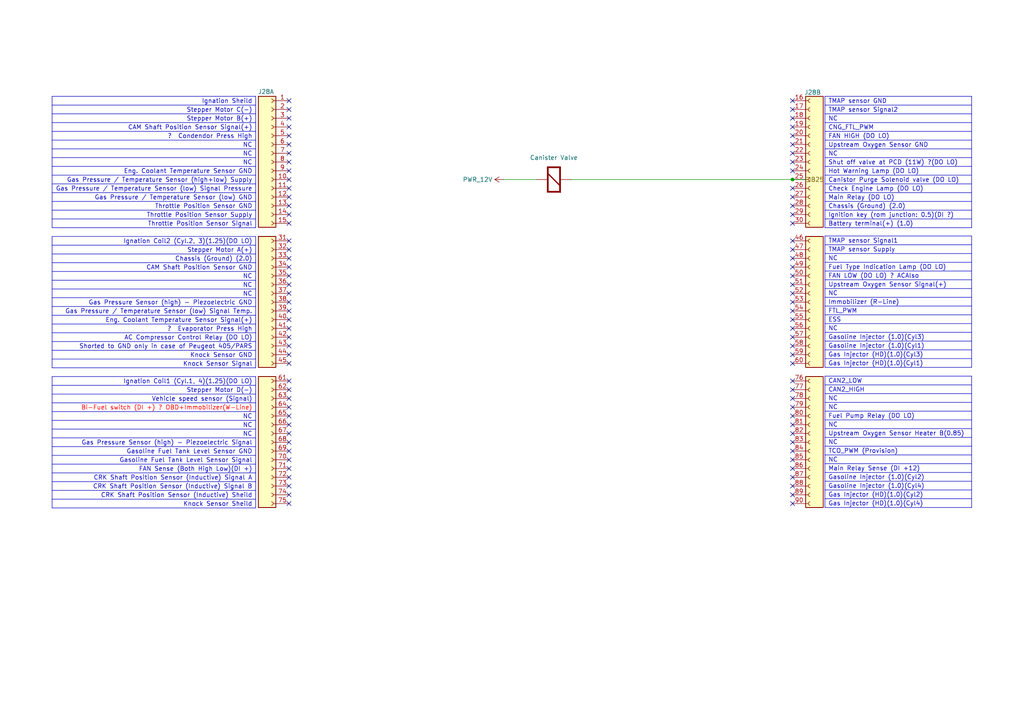
<source format=kicad_sch>
(kicad_sch (version 20250114) (generator "eeschema") (generator_version "9.0")
  (paper "A4")
  (lib_symbols
    (symbol "Elektuur_1:Re" (pin_numbers (hide yes)) (pin_names (offset 0) (hide yes))
      (property "Reference" "Re" (at 0.635 3.175 0))
      (property "Value" "Re" (at 0.635 -3.175 0))
      (symbol "Re_1_0"
        (pin passive line (at 0 5.08 270) (length 3.175) (name "+") (number "1"))
        (pin passive line (at 0 -5.08 90) (length 3.175) (name "-") (number "2"))
      )
      (symbol "Re_1_1"
        (polyline (pts (xy -3.683 -1.905) (xy 3.683 -1.905) (xy 3.683 1.905) (xy -3.683 1.905) (xy -3.683 -1.905) (xy -3.429 -1.651) (xy -3.429 1.651) (xy 3.429 1.651) (xy 3.429 -1.651) (xy -3.429 -1.651) (xy -3.683 -1.905)) (stroke (width 0.254)) (fill (type outline)))
        (polyline (pts (xy -1.778 -1.778) (xy 1.778 1.778)) (stroke (width 0.3556)))
      )
      (symbol "Re_1_2"
        (polyline (pts (xy -3.683 -1.905) (xy 3.683 -1.905) (xy 3.683 1.905) (xy -3.683 1.905) (xy -3.683 -1.905) (xy -3.429 -1.651) (xy -3.429 1.651) (xy 3.429 1.651) (xy 3.429 -1.651) (xy -3.429 -1.651) (xy -3.683 -1.905)) (stroke (width 0.254)) (fill (type outline)))
      )
    )
    (symbol "fab:PWR_12V" (power) (pin_names (offset 0))
      (property "Value" "PWR_12V" (at 0 3.556 0))
      (symbol "PWR_12V_0_1"
        (polyline (pts (xy -0.762 1.27) (xy 0 2.54)))
        (polyline (pts (xy 0 2.54) (xy 0.762 1.27)))
        (polyline (pts (xy 0 0) (xy 0 2.54)))
      )
      (symbol "PWR_12V_1_1"
        (pin power_in line (at 0 0 90) (length 0) (hide yes) (name "PWR_12V") (number "1"))
      )
    )
    (symbol "sicma_socket:Conn_01x90_3Row_Socket" (pin_names (offset 1.016) (hide yes))
      (property "Reference" "J" (at 1.524 60.833 0))
      (property "Value" "Conn_01x90_3Row_Socket" (at 1.397 -61.214 0))
      (symbol "Conn_01x90_3Row_Socket_1_1"
        (rectangle (start -0.508 59.69) (end 4.572 21.717) (stroke (width 0.254)) (fill (type background)))
        (polyline (pts (xy -0.508 58.42) (xy 0.254 58.42)) (stroke (width 0.1524)))
        (polyline (pts (xy -0.508 55.88) (xy 0.254 55.88)) (stroke (width 0.1524)))
        (polyline (pts (xy -0.508 53.34) (xy 0.254 53.34)) (stroke (width 0.1524)))
        (polyline (pts (xy -0.508 50.8) (xy 0.254 50.8)) (stroke (width 0.1524)))
        (polyline (pts (xy -0.508 48.26) (xy 0.254 48.26)) (stroke (width 0.1524)))
        (polyline (pts (xy -0.508 45.72) (xy 0.254 45.72)) (stroke (width 0.1524)))
        (polyline (pts (xy -0.508 43.18) (xy 0.254 43.18)) (stroke (width 0.1524)))
        (polyline (pts (xy -0.508 40.64) (xy 0.254 40.64)) (stroke (width 0.1524)))
        (polyline (pts (xy -0.508 38.1) (xy 0.254 38.1)) (stroke (width 0.1524)))
        (polyline (pts (xy -0.508 35.56) (xy 0.254 35.56)) (stroke (width 0.1524)))
        (polyline (pts (xy -0.508 33.02) (xy 0.254 33.02)) (stroke (width 0.1524)))
        (polyline (pts (xy -0.508 30.48) (xy 0.254 30.48)) (stroke (width 0.1524)))
        (polyline (pts (xy -0.508 27.94) (xy 0.254 27.94)) (stroke (width 0.1524)))
        (polyline (pts (xy -0.508 25.4) (xy 0.254 25.4)) (stroke (width 0.1524)))
        (polyline (pts (xy -0.508 22.86) (xy 0.254 22.86)) (stroke (width 0.1524)))
        (rectangle (start -0.508 19.05) (end 4.572 -18.923) (stroke (width 0.254)) (fill (type background)))
        (polyline (pts (xy -0.508 17.78) (xy 0.254 17.78)) (stroke (width 0.1524)))
        (polyline (pts (xy -0.508 15.24) (xy 0.254 15.24)) (stroke (width 0.1524)))
        (polyline (pts (xy -0.508 12.7) (xy 0.254 12.7)) (stroke (width 0.1524)))
        (polyline (pts (xy -0.508 10.16) (xy 0.254 10.16)) (stroke (width 0.1524)))
        (polyline (pts (xy -0.508 7.62) (xy 0.254 7.62)) (stroke (width 0.1524)))
        (polyline (pts (xy -0.508 5.08) (xy 0.254 5.08)) (stroke (width 0.1524)))
        (polyline (pts (xy -0.508 2.54) (xy 0.254 2.54)) (stroke (width 0.1524)))
        (polyline (pts (xy -0.508 0) (xy 0.254 0)) (stroke (width 0.1524)))
        (polyline (pts (xy -0.508 -2.54) (xy 0.254 -2.54)) (stroke (width 0.1524)))
        (polyline (pts (xy -0.508 -5.08) (xy 0.254 -5.08)) (stroke (width 0.1524)))
        (polyline (pts (xy -0.508 -7.62) (xy 0.254 -7.62)) (stroke (width 0.1524)))
        (polyline (pts (xy -0.508 -10.16) (xy 0.254 -10.16)) (stroke (width 0.1524)))
        (polyline (pts (xy -0.508 -12.7) (xy 0.254 -12.7)) (stroke (width 0.1524)))
        (polyline (pts (xy -0.508 -15.24) (xy 0.254 -15.24)) (stroke (width 0.1524)))
        (polyline (pts (xy -0.508 -17.78) (xy 0.254 -17.78)) (stroke (width 0.1524)))
        (rectangle (start -0.508 -21.59) (end 4.572 -59.563) (stroke (width 0.254)) (fill (type background)))
        (polyline (pts (xy -0.508 -22.86) (xy 0.254 -22.86)) (stroke (width 0.1524)))
        (polyline (pts (xy -0.508 -25.4) (xy 0.254 -25.4)) (stroke (width 0.1524)))
        (polyline (pts (xy -0.508 -27.94) (xy 0.254 -27.94)) (stroke (width 0.1524)))
        (polyline (pts (xy -0.508 -30.48) (xy 0.254 -30.48)) (stroke (width 0.1524)))
        (polyline (pts (xy -0.508 -33.02) (xy 0.254 -33.02)) (stroke (width 0.1524)))
        (polyline (pts (xy -0.508 -35.56) (xy 0.254 -35.56)) (stroke (width 0.1524)))
        (polyline (pts (xy -0.508 -38.1) (xy 0.254 -38.1)) (stroke (width 0.1524)))
        (polyline (pts (xy -0.508 -40.64) (xy 0.254 -40.64)) (stroke (width 0.1524)))
        (polyline (pts (xy -0.508 -43.18) (xy 0.254 -43.18)) (stroke (width 0.1524)))
        (polyline (pts (xy -0.508 -45.72) (xy 0.254 -45.72)) (stroke (width 0.1524)))
        (polyline (pts (xy -0.508 -48.26) (xy 0.254 -48.26)) (stroke (width 0.1524)))
        (polyline (pts (xy -0.508 -50.8) (xy 0.254 -50.8)) (stroke (width 0.1524)))
        (polyline (pts (xy -0.508 -53.34) (xy 0.254 -53.34)) (stroke (width 0.1524)))
        (polyline (pts (xy -0.508 -55.88) (xy 0.254 -55.88)) (stroke (width 0.1524)))
        (polyline (pts (xy -0.508 -58.42) (xy 0.254 -58.42)) (stroke (width 0.1524)))
        (arc (start 0.762 57.912) (mid 0.2562 58.42) (end 0.762 58.928) (stroke (width 0.1524)))
        (arc (start 0.762 55.372) (mid 0.2562 55.88) (end 0.762 56.388) (stroke (width 0.1524)))
        (arc (start 0.762 52.832) (mid 0.2562 53.34) (end 0.762 53.848) (stroke (width 0.1524)))
        (arc (start 0.762 50.292) (mid 0.2562 50.8) (end 0.762 51.308) (stroke (width 0.1524)))
        (arc (start 0.762 47.752) (mid 0.2562 48.26) (end 0.762 48.768) (stroke (width 0.1524)))
        (arc (start 0.762 45.212) (mid 0.2562 45.72) (end 0.762 46.228) (stroke (width 0.1524)))
        (arc (start 0.762 42.672) (mid 0.2562 43.18) (end 0.762 43.688) (stroke (width 0.1524)))
        (arc (start 0.762 40.132) (mid 0.2562 40.64) (end 0.762 41.148) (stroke (width 0.1524)))
        (arc (start 0.762 37.592) (mid 0.2562 38.1) (end 0.762 38.608) (stroke (width 0.1524)))
        (arc (start 0.762 35.052) (mid 0.2562 35.56) (end 0.762 36.068) (stroke (width 0.1524)))
        (arc (start 0.762 32.512) (mid 0.2562 33.02) (end 0.762 33.528) (stroke (width 0.1524)))
        (arc (start 0.762 29.972) (mid 0.2562 30.48) (end 0.762 30.988) (stroke (width 0.1524)))
        (arc (start 0.762 27.432) (mid 0.2562 27.94) (end 0.762 28.448) (stroke (width 0.1524)))
        (arc (start 0.762 24.892) (mid 0.2562 25.4) (end 0.762 25.908) (stroke (width 0.1524)))
        (arc (start 0.762 22.352) (mid 0.2562 22.86) (end 0.762 23.368) (stroke (width 0.1524)))
        (arc (start 0.762 17.272) (mid 0.2562 17.78) (end 0.762 18.288) (stroke (width 0.1524)))
        (arc (start 0.762 14.732) (mid 0.2562 15.24) (end 0.762 15.748) (stroke (width 0.1524)))
        (arc (start 0.762 12.192) (mid 0.2562 12.7) (end 0.762 13.208) (stroke (width 0.1524)))
        (arc (start 0.762 9.652) (mid 0.2562 10.16) (end 0.762 10.668) (stroke (width 0.1524)))
        (arc (start 0.762 7.112) (mid 0.2562 7.62) (end 0.762 8.128) (stroke (width 0.1524)))
        (arc (start 0.762 4.572) (mid 0.2562 5.08) (end 0.762 5.588) (stroke (width 0.1524)))
        (arc (start 0.762 2.032) (mid 0.2562 2.54) (end 0.762 3.048) (stroke (width 0.1524)))
        (arc (start 0.762 -0.508) (mid 0.2562 0) (end 0.762 0.508) (stroke (width 0.1524)))
        (arc (start 0.762 -3.048) (mid 0.2562 -2.54) (end 0.762 -2.032) (stroke (width 0.1524)))
        (arc (start 0.762 -5.588) (mid 0.2562 -5.08) (end 0.762 -4.572) (stroke (width 0.1524)))
        (arc (start 0.762 -8.128) (mid 0.2562 -7.62) (end 0.762 -7.112) (stroke (width 0.1524)))
        (arc (start 0.762 -10.668) (mid 0.2562 -10.16) (end 0.762 -9.652) (stroke (width 0.1524)))
        (arc (start 0.762 -13.208) (mid 0.2562 -12.7) (end 0.762 -12.192) (stroke (width 0.1524)))
        (arc (start 0.762 -15.748) (mid 0.2562 -15.24) (end 0.762 -14.732) (stroke (width 0.1524)))
        (arc (start 0.762 -18.288) (mid 0.2562 -17.78) (end 0.762 -17.272) (stroke (width 0.1524)))
        (arc (start 0.762 -23.368) (mid 0.2562 -22.86) (end 0.762 -22.352) (stroke (width 0.1524)))
        (arc (start 0.762 -25.908) (mid 0.2562 -25.4) (end 0.762 -24.892) (stroke (width 0.1524)))
        (arc (start 0.762 -28.448) (mid 0.2562 -27.94) (end 0.762 -27.432) (stroke (width 0.1524)))
        (arc (start 0.762 -30.988) (mid 0.2562 -30.48) (end 0.762 -29.972) (stroke (width 0.1524)))
        (arc (start 0.762 -33.528) (mid 0.2562 -33.02) (end 0.762 -32.512) (stroke (width 0.1524)))
        (arc (start 0.762 -36.068) (mid 0.2562 -35.56) (end 0.762 -35.052) (stroke (width 0.1524)))
        (arc (start 0.762 -38.608) (mid 0.2562 -38.1) (end 0.762 -37.592) (stroke (width 0.1524)))
        (arc (start 0.762 -41.148) (mid 0.2562 -40.64) (end 0.762 -40.132) (stroke (width 0.1524)))
        (arc (start 0.762 -43.688) (mid 0.2562 -43.18) (end 0.762 -42.672) (stroke (width 0.1524)))
        (arc (start 0.762 -46.228) (mid 0.2562 -45.72) (end 0.762 -45.212) (stroke (width 0.1524)))
        (arc (start 0.762 -48.768) (mid 0.2562 -48.26) (end 0.762 -47.752) (stroke (width 0.1524)))
        (arc (start 0.762 -51.308) (mid 0.2562 -50.8) (end 0.762 -50.292) (stroke (width 0.1524)))
        (arc (start 0.762 -53.848) (mid 0.2562 -53.34) (end 0.762 -52.832) (stroke (width 0.1524)))
        (arc (start 0.762 -56.388) (mid 0.2562 -55.88) (end 0.762 -55.372) (stroke (width 0.1524)))
        (arc (start 0.762 -58.928) (mid 0.2562 -58.42) (end 0.762 -57.912) (stroke (width 0.1524)))
        (pin passive line (at -4.318 58.42 0) (length 3.81) (name "A1") (number "1"))
        (pin passive line (at -4.318 55.88 0) (length 3.81) (name "A2") (number "2"))
        (pin passive line (at -4.318 53.34 0) (length 3.81) (name "A3") (number "3"))
        (pin passive line (at -4.318 50.8 0) (length 3.81) (name "A4") (number "4"))
        (pin passive line (at -4.318 48.26 0) (length 3.81) (name "A5") (number "5"))
        (pin passive line (at -4.318 45.72 0) (length 3.81) (name "A6") (number "6"))
        (pin passive line (at -4.318 43.18 0) (length 3.81) (name "A7") (number "7"))
        (pin passive line (at -4.318 40.64 0) (length 3.81) (name "A8") (number "8"))
        (pin passive line (at -4.318 38.1 0) (length 3.81) (name "A9") (number "9"))
        (pin passive line (at -4.318 35.56 0) (length 3.81) (name "A10") (number "10"))
        (pin passive line (at -4.318 33.02 0) (length 3.81) (name "A11") (number "11"))
        (pin passive line (at -4.318 30.48 0) (length 3.81) (name "A12") (number "12"))
        (pin passive line (at -4.318 27.94 0) (length 3.81) (name "A13") (number "13"))
        (pin passive line (at -4.318 25.4 0) (length 3.81) (name "A14") (number "14"))
        (pin passive line (at -4.318 22.86 0) (length 3.81) (name "A15") (number "15"))
        (pin passive line (at -4.318 17.78 0) (length 3.81) (name "A31") (number "31"))
        (pin passive line (at -4.318 15.24 0) (length 3.81) (name "A32") (number "32"))
        (pin passive line (at -4.318 12.7 0) (length 3.81) (name "A33") (number "33"))
        (pin passive line (at -4.318 10.16 0) (length 3.81) (name "A34") (number "34"))
        (pin passive line (at -4.318 7.62 0) (length 3.81) (name "A35") (number "35"))
        (pin passive line (at -4.318 5.08 0) (length 3.81) (name "A36") (number "36"))
        (pin passive line (at -4.318 2.54 0) (length 3.81) (name "A37") (number "37"))
        (pin passive line (at -4.318 0 0) (length 3.81) (name "A38") (number "38"))
        (pin passive line (at -4.318 -2.54 0) (length 3.81) (name "A39") (number "39"))
        (pin passive line (at -4.318 -5.08 0) (length 3.81) (name "A40") (number "40"))
        (pin passive line (at -4.318 -7.62 0) (length 3.81) (name "A41") (number "41"))
        (pin passive line (at -4.318 -10.16 0) (length 3.81) (name "A42") (number "42"))
        (pin passive line (at -4.318 -12.7 0) (length 3.81) (name "A43") (number "43"))
        (pin passive line (at -4.318 -15.24 0) (length 3.81) (name "A44") (number "44"))
        (pin passive line (at -4.318 -17.78 0) (length 3.81) (name "A45") (number "45"))
        (pin passive line (at -4.318 -22.86 0) (length 3.81) (name "A61") (number "61"))
        (pin passive line (at -4.318 -25.4 0) (length 3.81) (name "A62") (number "62"))
        (pin passive line (at -4.318 -27.94 0) (length 3.81) (name "A63") (number "63"))
        (pin passive line (at -4.318 -30.48 0) (length 3.81) (name "A64") (number "64"))
        (pin passive line (at -4.318 -33.02 0) (length 3.81) (name "A65") (number "65"))
        (pin passive line (at -4.318 -35.56 0) (length 3.81) (name "A66") (number "66"))
        (pin passive line (at -4.318 -38.1 0) (length 3.81) (name "A67") (number "67"))
        (pin passive line (at -4.318 -40.64 0) (length 3.81) (name "A68") (number "68"))
        (pin passive line (at -4.318 -43.18 0) (length 3.81) (name "A69") (number "69"))
        (pin passive line (at -4.318 -45.72 0) (length 3.81) (name "A70") (number "70"))
        (pin passive line (at -4.318 -48.26 0) (length 3.81) (name "A71") (number "71"))
        (pin passive line (at -4.318 -50.8 0) (length 3.81) (name "A72") (number "72"))
        (pin passive line (at -4.318 -53.34 0) (length 3.81) (name "A73") (number "73"))
        (pin passive line (at -4.318 -55.88 0) (length 3.81) (name "A74") (number "74"))
        (pin passive line (at -4.318 -58.42 0) (length 3.81) (name "A75") (number "75"))
      )
      (symbol "Conn_01x90_3Row_Socket_2_1"
        (rectangle (start -0.508 59.69) (end 4.572 21.717) (stroke (width 0.254)) (fill (type background)))
        (polyline (pts (xy -0.508 58.42) (xy 0.254 58.42)) (stroke (width 0.1524)))
        (polyline (pts (xy -0.508 55.88) (xy 0.254 55.88)) (stroke (width 0.1524)))
        (polyline (pts (xy -0.508 53.34) (xy 0.254 53.34)) (stroke (width 0.1524)))
        (polyline (pts (xy -0.508 50.8) (xy 0.254 50.8)) (stroke (width 0.1524)))
        (polyline (pts (xy -0.508 48.26) (xy 0.254 48.26)) (stroke (width 0.1524)))
        (polyline (pts (xy -0.508 45.72) (xy 0.254 45.72)) (stroke (width 0.1524)))
        (polyline (pts (xy -0.508 43.18) (xy 0.254 43.18)) (stroke (width 0.1524)))
        (polyline (pts (xy -0.508 40.64) (xy 0.254 40.64)) (stroke (width 0.1524)))
        (polyline (pts (xy -0.508 38.1) (xy 0.254 38.1)) (stroke (width 0.1524)))
        (polyline (pts (xy -0.508 35.56) (xy 0.254 35.56)) (stroke (width 0.1524)))
        (polyline (pts (xy -0.508 33.02) (xy 0.254 33.02)) (stroke (width 0.1524)))
        (polyline (pts (xy -0.508 30.48) (xy 0.254 30.48)) (stroke (width 0.1524)))
        (polyline (pts (xy -0.508 27.94) (xy 0.254 27.94)) (stroke (width 0.1524)))
        (polyline (pts (xy -0.508 25.4) (xy 0.254 25.4)) (stroke (width 0.1524)))
        (polyline (pts (xy -0.508 22.86) (xy 0.254 22.86)) (stroke (width 0.1524)))
        (rectangle (start -0.508 19.05) (end 4.572 -18.923) (stroke (width 0.254)) (fill (type background)))
        (polyline (pts (xy -0.508 17.78) (xy 0.254 17.78)) (stroke (width 0.1524)))
        (polyline (pts (xy -0.508 15.24) (xy 0.254 15.24)) (stroke (width 0.1524)))
        (polyline (pts (xy -0.508 12.7) (xy 0.254 12.7)) (stroke (width 0.1524)))
        (polyline (pts (xy -0.508 10.16) (xy 0.254 10.16)) (stroke (width 0.1524)))
        (polyline (pts (xy -0.508 7.62) (xy 0.254 7.62)) (stroke (width 0.1524)))
        (polyline (pts (xy -0.508 5.08) (xy 0.254 5.08)) (stroke (width 0.1524)))
        (polyline (pts (xy -0.508 2.54) (xy 0.254 2.54)) (stroke (width 0.1524)))
        (polyline (pts (xy -0.508 0) (xy 0.254 0)) (stroke (width 0.1524)))
        (polyline (pts (xy -0.508 -2.54) (xy 0.254 -2.54)) (stroke (width 0.1524)))
        (polyline (pts (xy -0.508 -5.08) (xy 0.254 -5.08)) (stroke (width 0.1524)))
        (polyline (pts (xy -0.508 -7.62) (xy 0.254 -7.62)) (stroke (width 0.1524)))
        (polyline (pts (xy -0.508 -10.16) (xy 0.254 -10.16)) (stroke (width 0.1524)))
        (polyline (pts (xy -0.508 -12.7) (xy 0.254 -12.7)) (stroke (width 0.1524)))
        (polyline (pts (xy -0.508 -15.24) (xy 0.254 -15.24)) (stroke (width 0.1524)))
        (polyline (pts (xy -0.508 -17.78) (xy 0.254 -17.78)) (stroke (width 0.1524)))
        (rectangle (start -0.508 -21.59) (end 4.572 -59.563) (stroke (width 0.254)) (fill (type background)))
        (polyline (pts (xy -0.508 -22.86) (xy 0.254 -22.86)) (stroke (width 0.1524)))
        (polyline (pts (xy -0.508 -25.4) (xy 0.254 -25.4)) (stroke (width 0.1524)))
        (polyline (pts (xy -0.508 -27.94) (xy 0.254 -27.94)) (stroke (width 0.1524)))
        (polyline (pts (xy -0.508 -30.48) (xy 0.254 -30.48)) (stroke (width 0.1524)))
        (polyline (pts (xy -0.508 -33.02) (xy 0.254 -33.02)) (stroke (width 0.1524)))
        (polyline (pts (xy -0.508 -35.56) (xy 0.254 -35.56)) (stroke (width 0.1524)))
        (polyline (pts (xy -0.508 -38.1) (xy 0.254 -38.1)) (stroke (width 0.1524)))
        (polyline (pts (xy -0.508 -40.64) (xy 0.254 -40.64)) (stroke (width 0.1524)))
        (polyline (pts (xy -0.508 -43.18) (xy 0.254 -43.18)) (stroke (width 0.1524)))
        (polyline (pts (xy -0.508 -45.72) (xy 0.254 -45.72)) (stroke (width 0.1524)))
        (polyline (pts (xy -0.508 -48.26) (xy 0.254 -48.26)) (stroke (width 0.1524)))
        (polyline (pts (xy -0.508 -50.8) (xy 0.254 -50.8)) (stroke (width 0.1524)))
        (polyline (pts (xy -0.508 -53.34) (xy 0.254 -53.34)) (stroke (width 0.1524)))
        (polyline (pts (xy -0.508 -55.88) (xy 0.254 -55.88)) (stroke (width 0.1524)))
        (polyline (pts (xy -0.508 -58.42) (xy 0.254 -58.42)) (stroke (width 0.1524)))
        (arc (start 0.762 57.912) (mid 0.2562 58.42) (end 0.762 58.928) (stroke (width 0.1524)))
        (arc (start 0.762 55.372) (mid 0.2562 55.88) (end 0.762 56.388) (stroke (width 0.1524)))
        (arc (start 0.762 52.832) (mid 0.2562 53.34) (end 0.762 53.848) (stroke (width 0.1524)))
        (arc (start 0.762 50.292) (mid 0.2562 50.8) (end 0.762 51.308) (stroke (width 0.1524)))
        (arc (start 0.762 47.752) (mid 0.2562 48.26) (end 0.762 48.768) (stroke (width 0.1524)))
        (arc (start 0.762 45.212) (mid 0.2562 45.72) (end 0.762 46.228) (stroke (width 0.1524)))
        (arc (start 0.762 42.672) (mid 0.2562 43.18) (end 0.762 43.688) (stroke (width 0.1524)))
        (arc (start 0.762 40.132) (mid 0.2562 40.64) (end 0.762 41.148) (stroke (width 0.1524)))
        (arc (start 0.762 37.592) (mid 0.2562 38.1) (end 0.762 38.608) (stroke (width 0.1524)))
        (arc (start 0.762 35.052) (mid 0.2562 35.56) (end 0.762 36.068) (stroke (width 0.1524)))
        (arc (start 0.762 32.512) (mid 0.2562 33.02) (end 0.762 33.528) (stroke (width 0.1524)))
        (arc (start 0.762 29.972) (mid 0.2562 30.48) (end 0.762 30.988) (stroke (width 0.1524)))
        (arc (start 0.762 27.432) (mid 0.2562 27.94) (end 0.762 28.448) (stroke (width 0.1524)))
        (arc (start 0.762 24.892) (mid 0.2562 25.4) (end 0.762 25.908) (stroke (width 0.1524)))
        (arc (start 0.762 22.352) (mid 0.2562 22.86) (end 0.762 23.368) (stroke (width 0.1524)))
        (arc (start 0.762 17.272) (mid 0.2562 17.78) (end 0.762 18.288) (stroke (width 0.1524)))
        (arc (start 0.762 14.732) (mid 0.2562 15.24) (end 0.762 15.748) (stroke (width 0.1524)))
        (arc (start 0.762 12.192) (mid 0.2562 12.7) (end 0.762 13.208) (stroke (width 0.1524)))
        (arc (start 0.762 9.652) (mid 0.2562 10.16) (end 0.762 10.668) (stroke (width 0.1524)))
        (arc (start 0.762 7.112) (mid 0.2562 7.62) (end 0.762 8.128) (stroke (width 0.1524)))
        (arc (start 0.762 4.572) (mid 0.2562 5.08) (end 0.762 5.588) (stroke (width 0.1524)))
        (arc (start 0.762 2.032) (mid 0.2562 2.54) (end 0.762 3.048) (stroke (width 0.1524)))
        (arc (start 0.762 -0.508) (mid 0.2562 0) (end 0.762 0.508) (stroke (width 0.1524)))
        (arc (start 0.762 -3.048) (mid 0.2562 -2.54) (end 0.762 -2.032) (stroke (width 0.1524)))
        (arc (start 0.762 -5.588) (mid 0.2562 -5.08) (end 0.762 -4.572) (stroke (width 0.1524)))
        (arc (start 0.762 -8.128) (mid 0.2562 -7.62) (end 0.762 -7.112) (stroke (width 0.1524)))
        (arc (start 0.762 -10.668) (mid 0.2562 -10.16) (end 0.762 -9.652) (stroke (width 0.1524)))
        (arc (start 0.762 -13.208) (mid 0.2562 -12.7) (end 0.762 -12.192) (stroke (width 0.1524)))
        (arc (start 0.762 -15.748) (mid 0.2562 -15.24) (end 0.762 -14.732) (stroke (width 0.1524)))
        (arc (start 0.762 -18.288) (mid 0.2562 -17.78) (end 0.762 -17.272) (stroke (width 0.1524)))
        (arc (start 0.762 -23.368) (mid 0.2562 -22.86) (end 0.762 -22.352) (stroke (width 0.1524)))
        (arc (start 0.762 -25.908) (mid 0.2562 -25.4) (end 0.762 -24.892) (stroke (width 0.1524)))
        (arc (start 0.762 -28.448) (mid 0.2562 -27.94) (end 0.762 -27.432) (stroke (width 0.1524)))
        (arc (start 0.762 -30.988) (mid 0.2562 -30.48) (end 0.762 -29.972) (stroke (width 0.1524)))
        (arc (start 0.762 -33.528) (mid 0.2562 -33.02) (end 0.762 -32.512) (stroke (width 0.1524)))
        (arc (start 0.762 -36.068) (mid 0.2562 -35.56) (end 0.762 -35.052) (stroke (width 0.1524)))
        (arc (start 0.762 -38.608) (mid 0.2562 -38.1) (end 0.762 -37.592) (stroke (width 0.1524)))
        (arc (start 0.762 -41.148) (mid 0.2562 -40.64) (end 0.762 -40.132) (stroke (width 0.1524)))
        (arc (start 0.762 -43.688) (mid 0.2562 -43.18) (end 0.762 -42.672) (stroke (width 0.1524)))
        (arc (start 0.762 -46.228) (mid 0.2562 -45.72) (end 0.762 -45.212) (stroke (width 0.1524)))
        (arc (start 0.762 -48.768) (mid 0.2562 -48.26) (end 0.762 -47.752) (stroke (width 0.1524)))
        (arc (start 0.762 -51.308) (mid 0.2562 -50.8) (end 0.762 -50.292) (stroke (width 0.1524)))
        (arc (start 0.762 -53.848) (mid 0.2562 -53.34) (end 0.762 -52.832) (stroke (width 0.1524)))
        (arc (start 0.762 -56.388) (mid 0.2562 -55.88) (end 0.762 -55.372) (stroke (width 0.1524)))
        (arc (start 0.762 -58.928) (mid 0.2562 -58.42) (end 0.762 -57.912) (stroke (width 0.1524)))
        (pin passive line (at -4.318 58.42 0) (length 3.81) (name "B16") (number "16"))
        (pin passive line (at -4.318 55.88 0) (length 3.81) (name "B17") (number "17"))
        (pin passive line (at -4.318 53.34 0) (length 3.81) (name "B18") (number "18"))
        (pin passive line (at -4.318 50.8 0) (length 3.81) (name "B19") (number "19"))
        (pin passive line (at -4.318 48.26 0) (length 3.81) (name "B20") (number "20"))
        (pin passive line (at -4.318 45.72 0) (length 3.81) (name "B21") (number "21"))
        (pin passive line (at -4.318 43.18 0) (length 3.81) (name "B22") (number "22"))
        (pin passive line (at -4.318 40.64 0) (length 3.81) (name "B23") (number "23"))
        (pin passive line (at -4.318 38.1 0) (length 3.81) (name "B24") (number "24"))
        (pin passive line (at -4.318 35.56 0) (length 3.81) (name "B25") (number "25"))
        (pin passive line (at -4.318 33.02 0) (length 3.81) (name "B26") (number "26"))
        (pin passive line (at -4.318 30.48 0) (length 3.81) (name "B27") (number "27"))
        (pin passive line (at -4.318 27.94 0) (length 3.81) (name "B28") (number "28"))
        (pin passive line (at -4.318 25.4 0) (length 3.81) (name "B29") (number "29"))
        (pin passive line (at -4.318 22.86 0) (length 3.81) (name "B30") (number "30"))
        (pin passive line (at -4.318 17.78 0) (length 3.81) (name "B46") (number "46"))
        (pin passive line (at -4.318 15.24 0) (length 3.81) (name "B47") (number "47"))
        (pin passive line (at -4.318 12.7 0) (length 3.81) (name "B48") (number "48"))
        (pin passive line (at -4.318 10.16 0) (length 3.81) (name "B49") (number "49"))
        (pin passive line (at -4.318 7.62 0) (length 3.81) (name "B50") (number "50"))
        (pin passive line (at -4.318 5.08 0) (length 3.81) (name "B51") (number "51"))
        (pin passive line (at -4.318 2.54 0) (length 3.81) (name "B52") (number "52"))
        (pin passive line (at -4.318 0 0) (length 3.81) (name "B53") (number "53"))
        (pin passive line (at -4.318 -2.54 0) (length 3.81) (name "B54") (number "54"))
        (pin passive line (at -4.318 -5.08 0) (length 3.81) (name "B55") (number "55"))
        (pin passive line (at -4.318 -7.62 0) (length 3.81) (name "B56") (number "56"))
        (pin passive line (at -4.318 -10.16 0) (length 3.81) (name "B57") (number "57"))
        (pin passive line (at -4.318 -12.7 0) (length 3.81) (name "B58") (number "58"))
        (pin passive line (at -4.318 -15.24 0) (length 3.81) (name "B59") (number "59"))
        (pin passive line (at -4.318 -17.78 0) (length 3.81) (name "B60") (number "60"))
        (pin passive line (at -4.318 -22.86 0) (length 3.81) (name "B76") (number "76"))
        (pin passive line (at -4.318 -25.4 0) (length 3.81) (name "B77") (number "77"))
        (pin passive line (at -4.318 -27.94 0) (length 3.81) (name "B78") (number "78"))
        (pin passive line (at -4.318 -30.48 0) (length 3.81) (name "B79") (number "79"))
        (pin passive line (at -4.318 -33.02 0) (length 3.81) (name "B80") (number "80"))
        (pin passive line (at -4.318 -35.56 0) (length 3.81) (name "B81") (number "81"))
        (pin passive line (at -4.318 -38.1 0) (length 3.81) (name "B82") (number "82"))
        (pin passive line (at -4.318 -40.64 0) (length 3.81) (name "B83") (number "83"))
        (pin passive line (at -4.318 -43.18 0) (length 3.81) (name "B84") (number "84"))
        (pin passive line (at -4.318 -45.72 0) (length 3.81) (name "B85") (number "85"))
        (pin passive line (at -4.318 -48.26 0) (length 3.81) (name "B86") (number "86"))
        (pin passive line (at -4.318 -50.8 0) (length 3.81) (name "B87") (number "87"))
        (pin passive line (at -4.318 -53.34 0) (length 3.81) (name "B88") (number "88"))
        (pin passive line (at -4.318 -55.88 0) (length 3.81) (name "B89") (number "89"))
        (pin passive line (at -4.318 -58.42 0) (length 3.81) (name "B90") (number "90"))
      )
    )
  )
  (junction (at 229.87 52.07))
  (no_connect (at 83.82 130.81))
  (no_connect (at 229.87 29.21))
  (no_connect (at 229.87 82.55))
  (no_connect (at 83.82 138.43))
  (no_connect (at 83.82 62.23))
  (no_connect (at 229.87 92.71))
  (no_connect (at 229.87 57.15))
  (no_connect (at 83.82 36.83))
  (no_connect (at 229.87 118.11))
  (no_connect (at 229.87 105.41))
  (no_connect (at 229.87 128.27))
  (no_connect (at 229.87 31.75))
  (no_connect (at 83.82 74.93))
  (no_connect (at 229.87 64.77))
  (no_connect (at 83.82 90.17))
  (no_connect (at 229.87 36.83))
  (no_connect (at 83.82 95.25))
  (no_connect (at 83.82 125.73))
  (no_connect (at 83.82 34.29))
  (no_connect (at 83.82 97.79))
  (no_connect (at 229.87 90.17))
  (no_connect (at 229.87 85.09))
  (no_connect (at 229.87 34.29))
  (no_connect (at 229.87 80.01))
  (no_connect (at 83.82 87.63))
  (no_connect (at 229.87 120.65))
  (no_connect (at 83.82 31.75))
  (no_connect (at 83.82 52.07))
  (no_connect (at 83.82 92.71))
  (no_connect (at 83.82 44.45))
  (no_connect (at 229.87 113.03))
  (no_connect (at 229.87 138.43))
  (no_connect (at 229.87 39.37))
  (no_connect (at 83.82 39.37))
  (no_connect (at 83.82 118.11))
  (no_connect (at 83.82 115.57))
  (no_connect (at 229.87 146.05))
  (no_connect (at 229.87 135.89))
  (no_connect (at 229.87 143.51))
  (no_connect (at 83.82 100.33))
  (no_connect (at 83.82 29.21))
  (no_connect (at 229.87 62.23))
  (no_connect (at 83.82 105.41))
  (no_connect (at 83.82 123.19))
  (no_connect (at 83.82 120.65))
  (no_connect (at 83.82 140.97))
  (no_connect (at 83.82 54.61))
  (no_connect (at 83.82 85.09))
  (no_connect (at 229.87 41.91))
  (no_connect (at 229.87 102.87))
  (no_connect (at 83.82 69.85))
  (no_connect (at 229.87 74.93))
  (no_connect (at 229.87 130.81))
  (no_connect (at 229.87 140.97))
  (no_connect (at 229.87 97.79))
  (no_connect (at 83.82 77.47))
  (no_connect (at 229.87 87.63))
  (no_connect (at 229.87 49.53))
  (no_connect (at 229.87 95.25))
  (no_connect (at 83.82 82.55))
  (no_connect (at 83.82 143.51))
  (no_connect (at 229.87 54.61))
  (no_connect (at 83.82 64.77))
  (no_connect (at 229.87 44.45))
  (no_connect (at 229.87 69.85))
  (no_connect (at 83.82 135.89))
  (no_connect (at 229.87 46.99))
  (no_connect (at 83.82 46.99))
  (no_connect (at 83.82 110.49))
  (no_connect (at 83.82 59.69))
  (no_connect (at 229.87 125.73))
  (no_connect (at 229.87 133.35))
  (no_connect (at 83.82 128.27))
  (no_connect (at 229.87 123.19))
  (no_connect (at 83.82 72.39))
  (no_connect (at 229.87 115.57))
  (no_connect (at 83.82 57.15))
  (no_connect (at 229.87 77.47))
  (no_connect (at 83.82 102.87))
  (no_connect (at 83.82 133.35))
  (no_connect (at 229.87 110.49))
  (no_connect (at 83.82 41.91))
  (no_connect (at 229.87 100.33))
  (no_connect (at 83.82 146.05))
  (no_connect (at 83.82 113.03))
  (no_connect (at 229.87 59.69))
  (no_connect (at 83.82 80.01))
  (no_connect (at 83.82 49.53))
  (no_connect (at 229.87 72.39))
  (wire (pts (xy 229.87 52.07) (xy 233.68 52.07)))
  (wire (pts (xy 165.735 52.07) (xy 229.87 52.07)))
  (wire (pts (xy 146.05 52.07) (xy 155.575 52.07)))
  (table (column_count 1) (border (external yes) (header yes)) (separators (rows yes) (cols yes)) (column_widths 42.545) (row_heights 2.54 2.54 2.54 2.54 2.54 2.54 2.54 2.54 2.54 2.54 2.54 2.54 2.54 2.54 2.54) (cells (table_cell "CAN2_LOW" (at 239.268 109.093 0) (size 42.545 2.54) (margins 0.9525 0.9525 0.9525 0.9525) (span 1 1)) (table_cell "CAN2_HIGH" (at 239.268 111.633 0) (size 42.545 2.54) (margins 0.9525 0.9525 0.9525 0.9525) (span 1 1)) (table_cell "NC" (at 239.268 114.173 0) (size 42.545 2.54) (margins 0.9525 0.9525 0.9525 0.9525) (span 1 1)) (table_cell "NC" (at 239.268 116.713 0) (size 42.545 2.54) (margins 0.9525 0.9525 0.9525 0.9525) (span 1 1)) (table_cell "Fuel Pump Relay (DO LO)" (at 239.268 119.253 0) (size 42.545 2.54) (margins 0.9525 0.9525 0.9525 0.9525) (span 1 1)) (table_cell "NC" (at 239.268 121.793 0) (size 42.545 2.54) (margins 0.9525 0.9525 0.9525 0.9525) (span 1 1)) (table_cell "Upstream Oxygen Sensor Heater B(0.85)" (at 239.268 124.333 0) (size 42.545 2.54) (margins 0.9525 0.9525 0.9525 0.9525) (span 1 1)) (table_cell "NC" (at 239.268 126.873 0) (size 42.545 2.54) (margins 0.9525 0.9525 0.9525 0.9525) (span 1 1)) (table_cell "TCO_PWM (Provision)" (at 239.268 129.413 0) (size 42.545 2.54) (margins 0.9525 0.9525 0.9525 0.9525) (span 1 1)) (table_cell "NC" (at 239.268 131.953 0) (size 42.545 2.54) (margins 0.9525 0.9525 0.9525 0.9525) (span 1 1)) (table_cell "Main Relay Sense (DI +12)" (at 239.268 134.493 0) (size 42.545 2.54) (margins 0.9525 0.9525 0.9525 0.9525) (span 1 1)) (table_cell "Gasoline Injector (1.0)(Cyl2)" (at 239.268 137.033 0) (size 42.545 2.54) (margins 0.9525 0.9525 0.9525 0.9525) (span 1 1)) (table_cell "Gasoline Injector (1.0)(Cyl4)" (at 239.268 139.573 0) (size 42.545 2.54) (margins 0.9525 0.9525 0.9525 0.9525) (span 1 1)) (table_cell "Gas Injector (HD)(1.0)(Cyl2)" (at 239.268 142.113 0) (size 42.545 2.54) (margins 0.9525 0.9525 0.9525 0.9525) (span 1 1)) (table_cell "Gas Injector (HD)(1.0)(Cyl4)" (at 239.268 144.653 0) (size 42.545 2.54) (margins 0.9525 0.9525 0.9525 0.9525) (span 1 1))))
  (table (column_count 1) (border (external yes) (header no)) (separators (rows yes) (cols no)) (column_widths 59.055) (row_heights 2.54 2.54 2.54 2.54 2.54 2.54 2.54 2.54 2.54 2.54 2.54 2.54 2.54 2.54 2.54) (cells (table_cell "Ignation Sheild" (at 15.113 27.94 0) (size 59.055 2.54) (margins 0.9525 0.9525 0.9525 0.9525) (span 1 1)) (table_cell "Stepper Motor C(-)" (at 15.113 30.48 0) (size 59.055 2.54) (margins 0.9525 0.9525 0.9525 0.9525) (span 1 1)) (table_cell "Stepper Motor B(+)" (at 15.113 33.02 0) (size 59.055 2.54) (margins 0.9525 0.9525 0.9525 0.9525) (span 1 1)) (table_cell "CAM Shaft Position Sensor Signal(+)" (at 15.113 35.56 0) (size 59.055 2.54) (margins 0.9525 0.9525 0.9525 0.9525) (span 1 1)) (table_cell "?  Condendor Press High" (at 15.113 38.1 0) (size 59.055 2.54) (margins 0.9525 0.9525 0.9525 0.9525) (span 1 1)) (table_cell "NC" (at 15.113 40.64 0) (size 59.055 2.54) (margins 0.9525 0.9525 0.9525 0.9525) (span 1 1)) (table_cell "NC" (at 15.113 43.18 0) (size 59.055 2.54) (margins 0.9525 0.9525 0.9525 0.9525) (span 1 1)) (table_cell "NC" (at 15.113 45.72 0) (size 59.055 2.54) (margins 0.9525 0.9525 0.9525 0.9525) (span 1 1)) (table_cell "Eng. Coolant Temperature Sensor GND" (at 15.113 48.26 0) (size 59.055 2.54) (margins 0.9525 0.9525 0.9525 0.9525) (span 1 1)) (table_cell "Gas Pressure / Temperature Sensor (high+low) Supply" (at 15.113 50.8 0) (size 59.055 2.54) (margins 0.9525 0.9525 0.9525 0.9525) (span 1 1)) (table_cell "Gas Pressure / Temperature Sensor (low) Signal Pressure" (at 15.113 53.34 0) (size 59.055 2.54) (margins 0.9525 0.9525 0.9525 0.9525) (span 1 1)) (table_cell "Gas Pressure / Temperature Sensor (low) GND" (at 15.113 55.88 0) (size 59.055 2.54) (margins 0.9525 0.9525 0.9525 0.9525) (span 1 1)) (table_cell "Throttle Position Sensor GND" (at 15.113 58.42 0) (size 59.055 2.54) (margins 0.9525 0.9525 0.9525 0.9525) (span 1 1)) (table_cell "Throttle Position Sensor Supply" (at 15.113 60.96 0) (size 59.055 2.54) (margins 0.9525 0.9525 0.9525 0.9525) (span 1 1)) (table_cell "Throttle Position Sensor Signal" (at 15.113 63.5 0) (size 59.055 2.54) (margins 0.9525 0.9525 0.9525 0.9525) (span 1 1))))
  (table (column_count 1) (border (external yes) (header yes)) (separators (rows yes) (cols yes)) (column_widths 42.545) (row_heights 2.54 2.54 2.54 2.54 2.54 2.54 2.54 2.54 2.54 2.54 2.54 2.54 2.54 2.54 2.54) (cells (table_cell "TMAP sensor Signal1" (at 239.268 68.453 0) (size 42.545 2.54) (margins 0.9525 0.9525 0.9525 0.9525) (span 1 1)) (table_cell "TMAP sensor Supply" (at 239.268 70.993 0) (size 42.545 2.54) (margins 0.9525 0.9525 0.9525 0.9525) (span 1 1)) (table_cell "NC" (at 239.268 73.533 0) (size 42.545 2.54) (margins 0.9525 0.9525 0.9525 0.9525) (span 1 1)) (table_cell "Fuel Type Indication Lamp (DO LO)" (at 239.268 76.073 0) (size 42.545 2.54) (margins 0.9525 0.9525 0.9525 0.9525) (span 1 1)) (table_cell "FAN LOW (DO LO) ? ACAlso" (at 239.268 78.613 0) (size 42.545 2.54) (margins 0.9525 0.9525 0.9525 0.9525) (span 1 1)) (table_cell "Upstream Oxygen Sensor Signal(+)" (at 239.268 81.153 0) (size 42.545 2.54) (margins 0.9525 0.9525 0.9525 0.9525) (span 1 1)) (table_cell "NC" (at 239.268 83.693 0) (size 42.545 2.54) (margins 0.9525 0.9525 0.9525 0.9525) (span 1 1)) (table_cell "Immobilizer (R-Line)" (at 239.268 86.233 0) (size 42.545 2.54) (margins 0.9525 0.9525 0.9525 0.9525) (span 1 1)) (table_cell "FTL_PWM" (at 239.268 88.773 0) (size 42.545 2.54) (margins 0.9525 0.9525 0.9525 0.9525) (span 1 1)) (table_cell "ESS" (at 239.268 91.313 0) (size 42.545 2.54) (margins 0.9525 0.9525 0.9525 0.9525) (span 1 1)) (table_cell "NC" (at 239.268 93.853 0) (size 42.545 2.54) (margins 0.9525 0.9525 0.9525 0.9525) (span 1 1)) (table_cell "Gasoline Injector (1.0)(Cyl3)" (at 239.268 96.393 0) (size 42.545 2.54) (margins 0.9525 0.9525 0.9525 0.9525) (span 1 1)) (table_cell "Gasoline Injector (1.0)(Cyl1)" (at 239.268 98.933 0) (size 42.545 2.54) (margins 0.9525 0.9525 0.9525 0.9525) (span 1 1)) (table_cell "Gas Injector (HD)(1.0)(Cyl3)" (at 239.268 101.473 0) (size 42.545 2.54) (margins 0.9525 0.9525 0.9525 0.9525) (span 1 1)) (table_cell "Gas Injector (HD)(1.0)(Cyl1)" (at 239.268 104.013 0) (size 42.545 2.54) (margins 0.9525 0.9525 0.9525 0.9525) (span 1 1))))
  (table (column_count 1) (border (external yes) (header yes)) (separators (rows yes) (cols yes)) (column_widths 59.055) (row_heights 2.54 2.54 2.54 2.54 2.54 2.54 2.54 2.54 2.54 2.54 2.54 2.54 2.54 2.54 2.54) (cells (table_cell "Ignation Coil2 (Cyl.2, 3)(1.25)(DO LO)" (at 15.113 68.58 0) (size 59.055 2.54) (margins 0.9525 0.9525 0.9525 0.9525) (span 1 1)) (table_cell "Stepper Motor A(+)" (at 15.113 71.12 0) (size 59.055 2.54) (margins 0.9525 0.9525 0.9525 0.9525) (span 1 1)) (table_cell "Chassis (Ground) (2.0)" (at 15.113 73.66 0) (size 59.055 2.54) (margins 0.9525 0.9525 0.9525 0.9525) (span 1 1)) (table_cell "CAM Shaft Position Sensor GND" (at 15.113 76.2 0) (size 59.055 2.54) (margins 0.9525 0.9525 0.9525 0.9525) (span 1 1)) (table_cell "NC" (at 15.113 78.74 0) (size 59.055 2.54) (margins 0.9525 0.9525 0.9525 0.9525) (span 1 1)) (table_cell "NC" (at 15.113 81.28 0) (size 59.055 2.54) (margins 0.9525 0.9525 0.9525 0.9525) (span 1 1)) (table_cell "NC" (at 15.113 83.82 0) (size 59.055 2.54) (margins 0.9525 0.9525 0.9525 0.9525) (span 1 1)) (table_cell "Gas Pressure Sensor (high) - Piezoelectric GND" (at 15.113 86.36 0) (size 59.055 2.54) (margins 0.9525 0.9525 0.9525 0.9525) (span 1 1)) (table_cell "Gas Pressure / Temperature Sensor (low) Signal Temp." (at 15.113 88.9 0) (size 59.055 2.54) (margins 0.9525 0.9525 0.9525 0.9525) (span 1 1)) (table_cell "Eng. Coolant Temperature Sensor Signal(+)" (at 15.113 91.44 0) (size 59.055 2.54) (margins 0.9525 0.9525 0.9525 0.9525) (span 1 1)) (table_cell "?  Evaporator Press High" (at 15.113 93.98 0) (size 59.055 2.54) (margins 0.9525 0.9525 0.9525 0.9525) (span 1 1)) (table_cell "AC Compressor Control Relay (DO LO)" (at 15.113 96.52 0) (size 59.055 2.54) (margins 0.9525 0.9525 0.9525 0.9525) (span 1 1)) (table_cell "Shorted to GND only in case of Peugeot 405/PARS" (at 15.113 99.06 0) (size 59.055 2.54) (margins 0.9525 0.9525 0.9525 0.9525) (span 1 1)) (table_cell "Knock Sensor GND" (at 15.113 101.6 0) (size 59.055 2.54) (margins 0.9525 0.9525 0.9525 0.9525) (span 1 1)) (table_cell "Knock Sensor Signal" (at 15.113 104.14 0) (size 59.055 2.54) (margins 0.9525 0.9525 0.9525 0.9525) (span 1 1))))
  (table (column_count 1) (border (external yes) (header yes)) (separators (rows yes) (cols yes)) (column_widths 59.055) (row_heights 2.54 2.54 2.54 2.54 2.54 2.54 2.54 2.54 2.54 2.54 2.54 2.54 2.54 2.54 2.54) (cells (table_cell "Ignation Coil1 (Cyl.1, 4)(1.25)(DO LO)" (at 15.113 109.22 0) (size 59.055 2.54) (margins 0.9525 0.9525 0.9525 0.9525) (span 1 1)) (table_cell "Stepper Motor D(-)" (at 15.113 111.76 0) (size 59.055 2.54) (margins 0.9525 0.9525 0.9525 0.9525) (span 1 1)) (table_cell "Vehicle speed sensor (Signal)" (at 15.113 114.3 0) (size 59.055 2.54) (margins 0.9525 0.9525 0.9525 0.9525) (span 1 1)) (table_cell "Bi-Fuel switch (DI +) ? OBD+Immobilizer(W-Line)" (at 15.113 116.84 0) (size 59.055 2.54) (margins 0.9525 0.9525 0.9525 0.9525) (span 1 1)) (table_cell "NC" (at 15.113 119.38 0) (size 59.055 2.54) (margins 0.9525 0.9525 0.9525 0.9525) (span 1 1)) (table_cell "NC" (at 15.113 121.92 0) (size 59.055 2.54) (margins 0.9525 0.9525 0.9525 0.9525) (span 1 1)) (table_cell "NC" (at 15.113 124.46 0) (size 59.055 2.54) (margins 0.9525 0.9525 0.9525 0.9525) (span 1 1)) (table_cell "Gas Pressure Sensor (high) - Piezoelectric Signal" (at 15.113 127 0) (size 59.055 2.54) (margins 0.9525 0.9525 0.9525 0.9525) (span 1 1)) (table_cell "Gasoline Fuel Tank Level Sensor GND" (at 15.113 129.54 0) (size 59.055 2.54) (margins 0.9525 0.9525 0.9525 0.9525) (span 1 1)) (table_cell "Gasoline Fuel Tank Level Sensor Signal" (at 15.113 132.08 0) (size 59.055 2.54) (margins 0.9525 0.9525 0.9525 0.9525) (span 1 1)) (table_cell "FAN Sense (Both High Low)(DI +)" (at 15.113 134.62 0) (size 59.055 2.54) (margins 0.9525 0.9525 0.9525 0.9525) (span 1 1)) (table_cell "CRK Shaft Position Sensor (Inductive) Signal A" (at 15.113 137.16 0) (size 59.055 2.54) (margins 0.9525 0.9525 0.9525 0.9525) (span 1 1)) (table_cell "CRK Shaft Position Sensor (Inductive) Signal B" (at 15.113 139.7 0) (size 59.055 2.54) (margins 0.9525 0.9525 0.9525 0.9525) (span 1 1)) (table_cell "CRK Shaft Position Sensor (Inductive) Sheild" (at 15.113 142.24 0) (size 59.055 2.54) (margins 0.9525 0.9525 0.9525 0.9525) (span 1 1)) (table_cell "Knock Sensor Sheild" (at 15.113 144.78 0) (size 59.055 2.54) (margins 0.9525 0.9525 0.9525 0.9525) (span 1 1))))
  (table (column_count 1) (border (external yes) (header yes)) (separators (rows yes) (cols yes)) (column_widths 42.545) (row_heights 2.54 2.54 2.54 2.54 2.54 2.54 2.54 2.54 2.54 2.54 2.54 2.54 2.54 2.54 2.54) (cells (table_cell "TMAP sensor GND" (at 239.268 27.94 0) (size 42.545 2.54) (margins 0.9525 0.9525 0.9525 0.9525) (span 1 1)) (table_cell "TMAP sensor Signal2" (at 239.268 30.48 0) (size 42.545 2.54) (margins 0.9525 0.9525 0.9525 0.9525) (span 1 1)) (table_cell "NC" (at 239.268 33.02 0) (size 42.545 2.54) (margins 0.9525 0.9525 0.9525 0.9525) (span 1 1)) (table_cell "CNG_FTL_PWM" (at 239.268 35.56 0) (size 42.545 2.54) (margins 0.9525 0.9525 0.9525 0.9525) (span 1 1)) (table_cell "FAN HIGH (DO LO)" (at 239.268 38.1 0) (size 42.545 2.54) (margins 0.9525 0.9525 0.9525 0.9525) (span 1 1)) (table_cell "Upstream Oxygen Sensor GND" (at 239.268 40.64 0) (size 42.545 2.54) (margins 0.9525 0.9525 0.9525 0.9525) (span 1 1)) (table_cell "NC" (at 239.268 43.18 0) (size 42.545 2.54) (margins 0.9525 0.9525 0.9525 0.9525) (span 1 1)) (table_cell "Shut off valve at PCD (11W) ?(DO LO)" (at 239.268 45.72 0) (size 42.545 2.54) (margins 0.9525 0.9525 0.9525 0.9525) (span 1 1)) (table_cell "Hot Warning Lamp (DO LO)" (at 239.268 48.26 0) (size 42.545 2.54) (margins 0.9525 0.9525 0.9525 0.9525) (span 1 1)) (table_cell "Canistor Purge Solenoid valve (DO LO)" (at 239.268 50.8 0) (size 42.545 2.54) (margins 0.9525 0.9525 0.9525 0.9525) (span 1 1)) (table_cell "Check Engine Lamp (DO LO)" (at 239.268 53.34 0) (size 42.545 2.54) (margins 0.9525 0.9525 0.9525 0.9525) (span 1 1)) (table_cell "Main Relay (DO LO)" (at 239.268 55.88 0) (size 42.545 2.54) (margins 0.9525 0.9525 0.9525 0.9525) (span 1 1)) (table_cell "Chassis (Ground) (2.0)" (at 239.268 58.42 0) (size 42.545 2.54) (margins 0.9525 0.9525 0.9525 0.9525) (span 1 1)) (table_cell "Ignition key (rom junction: 0.5)(DI ?)" (at 239.268 60.96 0) (size 42.545 2.54) (margins 0.9525 0.9525 0.9525 0.9525) (span 1 1)) (table_cell "Battery terminal(+) (1.0)" (at 239.268 63.5 0) (size 42.545 2.54) (margins 0.9525 0.9525 0.9525 0.9525) (span 1 1))))
  (hierarchical_label "B25" (shape passive) (at 233.68 52.07 0))
  (symbol (lib_id "Elektuur_1:Re") (at 160.655 52.07 90) (unit 1) (in_bom no) (on_board no)
    (property "Reference" "Re10" (effects (hide yes)))
    (property "Value" "Canister Valve" (at 160.6549 45.72 90))
    (property "Description" "operating/relay device/coil; electromagnetic actuator (solenoid)" (effects (hide yes)))
    (property "Sim.Pins" "1=1 2=2" (effects (hide yes)))
    (property "Sim.Device" "SPICE" (effects (hide yes)))
    (property "Sim.Params" "X" (effects (hide yes)))
    (property "Indicator" "+" (effects (hide yes)))
    (property "Rating" "V/Ω" (effects (hide yes)))
  )
  (symbol (lib_id "sicma_socket:Conn_01x90_3Row_Socket") (at 234.188 87.63 0) (unit 2)
    (property "Reference" "J28" (at 235.712 26.797 0))
    (property "Value" "Conn_01x90_3Row_Socket" (effects (hide yes)))
    (property "Description" "\"Duble connector, triple row, 03x30, unit letter first pin numbering scheme (pin number form 1 to 90\"" (effects (hide yes)))
  )
  (symbol (lib_id "fab:PWR_12V") (at 146.05 52.07 90) (unit 1)
    (property "Reference" "#PWR0349" (effects (hide yes)))
    (property "Value" "PWR_12V" (at 142.875 52.0701 90) (effects (justify left)))
    (property "Description" "Power symbol creates a global label with name \"+12V\"" (effects (hide yes)))
  )
  (symbol (lib_id "sicma_socket:Conn_01x90_3Row_Socket") (at 79.502 87.63 0) (mirror y) (unit 1)
    (property "Reference" "J28" (at 79.502 26.6064 0) (effects (justify left)))
    (property "Value" "Conn_01x90_3Row_Socket" (effects (hide yes)))
    (property "Description" "\"Duble connector, triple row, 03x30, unit letter first pin numbering scheme (pin number form 1 to 90\"" (effects (hide yes)))
  )
)
</source>
